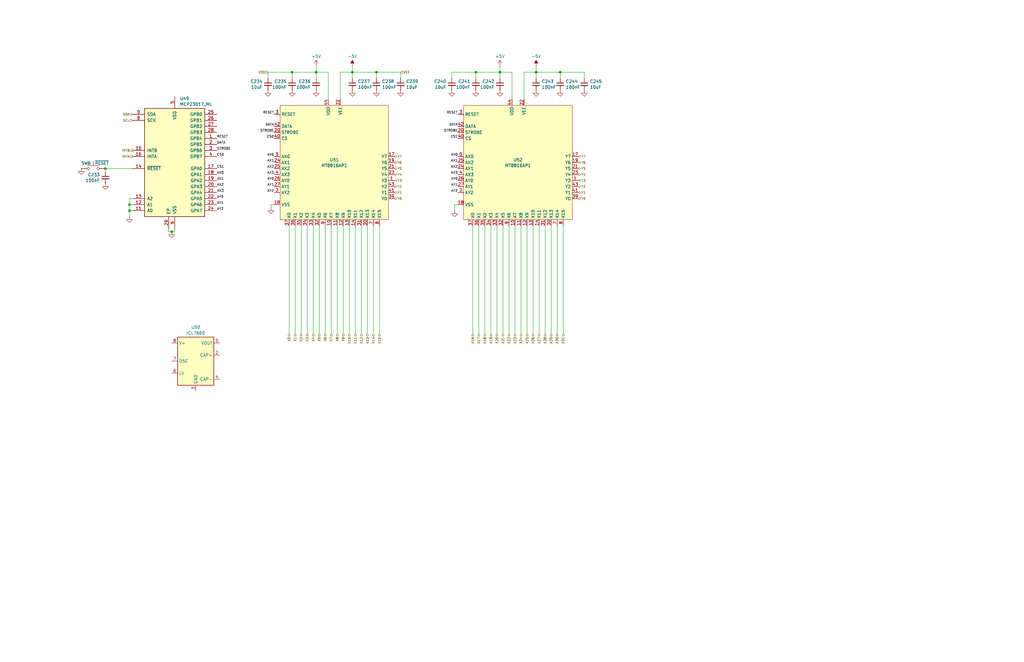
<source format=kicad_sch>
(kicad_sch (version 20250114) (generator "eeschema") (generator_version "9.0")
  (paper "B")
  (lib_symbols
    (symbol "AudioPanelLibrary:MT8816AP1"
      (property "Reference" "U" (at 0.254 2.286 0))
      (property "Value" "MT8816AP1" (at 0.254 -0.762 0))
      (symbol "MT8816AP1_0_0"
        (pin input line (at -25.4 20.32 0) (length 2.54) (name "RESET") (number "3"))
        (pin input line (at -25.4 15.24 0) (length 2.54) (name "DATA") (number "42"))
        (pin input line (at -25.4 12.7 0) (length 2.54) (name "STROBE") (number "20"))
        (pin input line (at -25.4 10.16 0) (length 2.54) (name "CS") (number "40"))
        (pin input line (at -25.4 2.54 0) (length 2.54) (name "AX0") (number "5"))
        (pin input line (at -25.4 0 0) (length 2.54) (name "AX2") (number "25"))
        (pin input line (at -25.4 -2.54 0) (length 2.54) (name "AX1") (number "24"))
        (pin input line (at -25.4 -5.08 0) (length 2.54) (name "AX3") (number "4"))
        (pin input line (at -25.4 -7.62 0) (length 2.54) (name "AY0") (number "26"))
        (pin input line (at -25.4 -10.16 0) (length 2.54) (name "AY1") (number "27"))
        (pin input line (at -25.4 -12.7 0) (length 2.54) (name "AY2") (number "2"))
        (pin power_in line (at -25.4 -17.78 0) (length 2.54) (name "VSS") (number "18"))
        (pin bidirectional line (at -19.05 -26.67 90) (length 2.54) (name "X0") (number "37"))
        (pin bidirectional line (at -16.51 -26.67 90) (length 2.54) (name "X1") (number "36"))
        (pin bidirectional line (at -13.97 -26.67 90) (length 2.54) (name "X2") (number "35"))
        (pin bidirectional line (at -11.43 -26.67 90) (length 2.54) (name "X3") (number "34"))
        (pin bidirectional line (at -8.89 -26.67 90) (length 2.54) (name "X4") (number "33"))
        (pin bidirectional line (at -6.35 -26.67 90) (length 2.54) (name "X5") (number "32"))
        (pin bidirectional line (at -3.81 -26.67 90) (length 2.54) (name "X6") (number "9"))
        (pin power_in line (at -2.54 26.67 270) (length 2.54) (name "VDD") (number "44"))
        (pin bidirectional line (at -1.27 -26.67 90) (length 2.54) (name "X7") (number "10"))
        (pin bidirectional line (at 1.27 -26.67 90) (length 2.54) (name "X8") (number "11"))
        (pin power_in line (at 2.54 26.67 270) (length 2.54) (name "VEE") (number "22"))
        (pin bidirectional line (at 3.81 -26.67 90) (length 2.54) (name "X9") (number "12"))
        (pin bidirectional line (at 6.35 -26.67 90) (length 2.54) (name "X10") (number "13"))
        (pin bidirectional line (at 8.89 -26.67 90) (length 2.54) (name "X11") (number "14"))
        (pin bidirectional line (at 11.43 -26.67 90) (length 2.54) (name "X12") (number "31"))
        (pin bidirectional line (at 13.97 -26.67 90) (length 2.54) (name "X13") (number "30"))
        (pin bidirectional line (at 16.51 -26.67 90) (length 2.54) (name "X14") (number "7"))
        (pin bidirectional line (at 19.05 -26.67 90) (length 2.54) (name "X15") (number "8"))
        (pin no_connect line (at 25.4 20.32 180) (length 2.54) (hide yes) (name "NC") (number "6"))
        (pin no_connect line (at 25.4 17.78 180) (length 2.54) (hide yes) (name "NC") (number "15"))
        (pin no_connect line (at 25.4 15.24 180) (length 2.54) (hide yes) (name "NC") (number "16"))
        (pin no_connect line (at 25.4 12.7 180) (length 2.54) (hide yes) (name "NC") (number "28"))
        (pin no_connect line (at 25.4 10.16 180) (length 2.54) (hide yes) (name "NC") (number "29"))
        (pin no_connect line (at 25.4 7.62 180) (length 2.54) (hide yes) (name "NC") (number "38"))
        (pin bidirectional line (at 25.4 2.54 180) (length 2.54) (name "Y7") (number "17"))
        (pin bidirectional line (at 25.4 0 180) (length 2.54) (name "Y6") (number "19"))
        (pin bidirectional line (at 25.4 -2.54 180) (length 2.54) (name "Y5") (number "21"))
        (pin bidirectional line (at 25.4 -5.08 180) (length 2.54) (name "Y4") (number "23"))
        (pin bidirectional line (at 25.4 -7.62 180) (length 2.54) (name "Y3") (number "1"))
        (pin bidirectional line (at 25.4 -10.16 180) (length 2.54) (name "Y2") (number "43"))
        (pin bidirectional line (at 25.4 -12.7 180) (length 2.54) (name "Y1") (number "41"))
        (pin bidirectional line (at 25.4 -15.24 180) (length 2.54) (name "Y0") (number "39"))
      )
      (symbol "MT8816AP1_1_1"
        (rectangle (start -22.86 24.13) (end 22.86 -24.13) (fill (type background)))
      )
    )
    (symbol "Device:C_Small" (pin_numbers (hide yes)) (pin_names (offset 0.254) (hide yes))
      (property "Reference" "C" (at 0.254 1.778 0))
      (property "Value" "C_Small" (at 0.254 -2.032 0))
      (symbol "C_Small_0_1"
        (polyline (pts (xy -1.524 0.508) (xy 1.524 0.508)) (stroke (width 0.3048)))
        (polyline (pts (xy -1.524 -0.508) (xy 1.524 -0.508)) (stroke (width 0.3302)))
      )
      (symbol "C_Small_1_1"
        (pin passive line (at 0 2.54 270) (length 2.032) (name "~") (number "1"))
        (pin passive line (at 0 -2.54 90) (length 2.032) (name "~") (number "2"))
      )
    )
    (symbol "Interface_Expansion:MCP23017_ML" (pin_names (offset 1.016))
      (property "Reference" "U" (at -11.43 24.13 0))
      (property "Value" "MCP23017_ML" (at 0 0 0))
      (symbol "MCP23017_ML_0_1"
        (rectangle (start -12.7 22.86) (end 12.7 -22.86) (stroke (width 0.254)) (fill (type background)))
      )
      (symbol "MCP23017_ML_1_1"
        (pin bidirectional line (at -17.78 20.32 0) (length 5.08) (name "SDA") (number "9"))
        (pin input line (at -17.78 17.78 0) (length 5.08) (name "SCK") (number "8"))
        (pin tri_state line (at -17.78 5.08 0) (length 5.08) (name "INTB") (number "15"))
        (pin tri_state line (at -17.78 2.54 0) (length 5.08) (name "INTA") (number "16"))
        (pin input line (at -17.78 -2.54 0) (length 5.08) (name "~{RESET}") (number "14"))
        (pin input line (at -17.78 -15.24 0) (length 5.08) (name "A2") (number "13"))
        (pin input line (at -17.78 -17.78 0) (length 5.08) (name "A1") (number "12"))
        (pin input line (at -17.78 -20.32 0) (length 5.08) (name "A0") (number "11"))
        (pin no_connect line (at -12.7 15.24 0) (length 5.08) (hide yes) (name "NC") (number "7"))
        (pin no_connect line (at -12.7 12.7 0) (length 5.08) (hide yes) (name "NC") (number "10"))
        (pin passive line (at -2.54 -27.94 90) (length 5.08) (name "EP") (number "29"))
        (pin power_in line (at 0 27.94 270) (length 5.08) (name "VDD") (number "5"))
        (pin power_in line (at 0 -27.94 90) (length 5.08) (name "VSS") (number "6"))
        (pin bidirectional line (at 17.78 20.32 180) (length 5.08) (name "GPB0") (number "25"))
        (pin bidirectional line (at 17.78 17.78 180) (length 5.08) (name "GPB1") (number "26"))
        (pin bidirectional line (at 17.78 15.24 180) (length 5.08) (name "GPB2") (number "27"))
        (pin bidirectional line (at 17.78 12.7 180) (length 5.08) (name "GPB3") (number "28"))
        (pin bidirectional line (at 17.78 10.16 180) (length 5.08) (name "GPB4") (number "1"))
        (pin bidirectional line (at 17.78 7.62 180) (length 5.08) (name "GPB5") (number "2"))
        (pin bidirectional line (at 17.78 5.08 180) (length 5.08) (name "GPB6") (number "3"))
        (pin output line (at 17.78 2.54 180) (length 5.08) (name "GPB7") (number "4"))
        (pin bidirectional line (at 17.78 -2.54 180) (length 5.08) (name "GPA0") (number "17"))
        (pin bidirectional line (at 17.78 -5.08 180) (length 5.08) (name "GPA1") (number "18"))
        (pin bidirectional line (at 17.78 -7.62 180) (length 5.08) (name "GPA2") (number "19"))
        (pin bidirectional line (at 17.78 -10.16 180) (length 5.08) (name "GPA3") (number "20"))
        (pin bidirectional line (at 17.78 -12.7 180) (length 5.08) (name "GPA4") (number "21"))
        (pin bidirectional line (at 17.78 -15.24 180) (length 5.08) (name "GPA5") (number "22"))
        (pin bidirectional line (at 17.78 -17.78 180) (length 5.08) (name "GPA6") (number "23"))
        (pin output line (at 17.78 -20.32 180) (length 5.08) (name "GPA7") (number "24"))
      )
    )
    (symbol "MT8816AP1_1"
      (property "Reference" "U" (at 0.254 2.286 0))
      (property "Value" "MT8816AP1" (at 0.254 -0.762 0))
      (symbol "MT8816AP1_1_0_0"
        (pin input line (at -25.4 20.32 0) (length 2.54) (name "RESET") (number "3"))
        (pin input line (at -25.4 15.24 0) (length 2.54) (name "DATA") (number "42"))
        (pin input line (at -25.4 12.7 0) (length 2.54) (name "STROBE") (number "20"))
        (pin input line (at -25.4 10.16 0) (length 2.54) (name "CS") (number "40"))
        (pin input line (at -25.4 2.54 0) (length 2.54) (name "AX0") (number "5"))
        (pin input line (at -25.4 0 0) (length 2.54) (name "AX1") (number "24"))
        (pin input line (at -25.4 -2.54 0) (length 2.54) (name "AX2") (number "25"))
        (pin input line (at -25.4 -5.08 0) (length 2.54) (name "AX3") (number "4"))
        (pin input line (at -25.4 -7.62 0) (length 2.54) (name "AY0") (number "26"))
        (pin input line (at -25.4 -10.16 0) (length 2.54) (name "AY1") (number "27"))
        (pin input line (at -25.4 -12.7 0) (length 2.54) (name "AY2") (number "2"))
        (pin power_in line (at -25.4 -17.78 0) (length 2.54) (name "VSS") (number "18"))
        (pin bidirectional line (at -19.05 -26.67 90) (length 2.54) (name "X0") (number "37"))
        (pin bidirectional line (at -16.51 -26.67 90) (length 2.54) (name "X1") (number "36"))
        (pin bidirectional line (at -13.97 -26.67 90) (length 2.54) (name "X2") (number "35"))
        (pin bidirectional line (at -11.43 -26.67 90) (length 2.54) (name "X3") (number "34"))
        (pin bidirectional line (at -8.89 -26.67 90) (length 2.54) (name "X4") (number "33"))
        (pin bidirectional line (at -6.35 -26.67 90) (length 2.54) (name "X5") (number "32"))
        (pin bidirectional line (at -3.81 -26.67 90) (length 2.54) (name "X6") (number "9"))
        (pin power_in line (at -2.54 26.67 270) (length 2.54) (name "VDD") (number "44"))
        (pin bidirectional line (at -1.27 -26.67 90) (length 2.54) (name "X7") (number "10"))
        (pin bidirectional line (at 1.27 -26.67 90) (length 2.54) (name "X8") (number "11"))
        (pin power_in line (at 2.54 26.67 270) (length 2.54) (name "VEE") (number "22"))
        (pin bidirectional line (at 3.81 -26.67 90) (length 2.54) (name "X9") (number "12"))
        (pin bidirectional line (at 6.35 -26.67 90) (length 2.54) (name "X10") (number "13"))
        (pin bidirectional line (at 8.89 -26.67 90) (length 2.54) (name "X11") (number "14"))
        (pin bidirectional line (at 11.43 -26.67 90) (length 2.54) (name "X12") (number "31"))
        (pin bidirectional line (at 13.97 -26.67 90) (length 2.54) (name "X13") (number "30"))
        (pin bidirectional line (at 16.51 -26.67 90) (length 2.54) (name "X14") (number "7"))
        (pin bidirectional line (at 19.05 -26.67 90) (length 2.54) (name "X15") (number "8"))
        (pin no_connect line (at 25.4 20.32 180) (length 2.54) (hide yes) (name "NC") (number "6"))
        (pin no_connect line (at 25.4 17.78 180) (length 2.54) (hide yes) (name "NC") (number "15"))
        (pin no_connect line (at 25.4 15.24 180) (length 2.54) (hide yes) (name "NC") (number "16"))
        (pin no_connect line (at 25.4 12.7 180) (length 2.54) (hide yes) (name "NC") (number "28"))
        (pin no_connect line (at 25.4 10.16 180) (length 2.54) (hide yes) (name "NC") (number "29"))
        (pin no_connect line (at 25.4 7.62 180) (length 2.54) (hide yes) (name "NC") (number "38"))
        (pin bidirectional line (at 25.4 2.54 180) (length 2.54) (name "Y7") (number "17"))
        (pin bidirectional line (at 25.4 0 180) (length 2.54) (name "Y6") (number "19"))
        (pin bidirectional line (at 25.4 -2.54 180) (length 2.54) (name "Y5") (number "21"))
        (pin bidirectional line (at 25.4 -5.08 180) (length 2.54) (name "Y4") (number "23"))
        (pin bidirectional line (at 25.4 -7.62 180) (length 2.54) (name "Y3") (number "1"))
        (pin bidirectional line (at 25.4 -10.16 180) (length 2.54) (name "Y2") (number "43"))
        (pin bidirectional line (at 25.4 -12.7 180) (length 2.54) (name "Y1") (number "41"))
        (pin bidirectional line (at 25.4 -15.24 180) (length 2.54) (name "Y0") (number "39"))
      )
      (symbol "MT8816AP1_1_1_1"
        (rectangle (start -22.86 24.13) (end 22.86 -24.13) (fill (type background)))
      )
    )
    (symbol "Regulator_SwitchedCapacitor:ICL7660"
      (property "Reference" "U" (at -6.35 11.43 0))
      (property "Value" "ICL7660" (at 3.81 11.43 0))
      (symbol "ICL7660_0_1"
        (rectangle (start -7.62 10.16) (end 7.62 -10.16) (stroke (width 0.254)) (fill (type background)))
      )
      (symbol "ICL7660_1_1"
        (pin power_in line (at -10.16 7.62 0) (length 2.54) (name "V+") (number "8"))
        (pin input line (at -10.16 0 0) (length 2.54) (name "OSC") (number "7"))
        (pin input line (at -10.16 -5.08 0) (length 2.54) (name "LV") (number "6"))
        (pin no_connect line (at -7.62 5.08 0) (length 2.54) (hide yes) (name "NC") (number "1"))
        (pin power_in line (at 0 -12.7 90) (length 2.54) (name "GND") (number "3"))
        (pin power_out line (at 10.16 7.62 180) (length 2.54) (name "VOUT") (number "5"))
        (pin input line (at 10.16 2.54 180) (length 2.54) (name "CAP+") (number "2"))
        (pin input line (at 10.16 -7.62 180) (length 2.54) (name "CAP-") (number "4"))
      )
    )
    (symbol "Switch:SW_Push" (pin_numbers (hide yes)) (pin_names (offset 1.016) (hide yes))
      (property "Reference" "SW" (at 1.27 2.54 0))
      (property "Value" "SW_Push" (at 0 -1.524 0))
      (symbol "SW_Push_0_1"
        (circle (center -2.032 0) (radius 0.508))
        (polyline (pts (xy 0 1.27) (xy 0 3.048)))
        (circle (center 2.032 0) (radius 0.508))
        (polyline (pts (xy 2.54 1.27) (xy -2.54 1.27)))
        (pin passive line (at -5.08 0 0) (length 2.54) (name "1") (number "1"))
        (pin passive line (at 5.08 0 180) (length 2.54) (name "2") (number "2"))
      )
    )
    (symbol "power:+5V" (power) (pin_numbers (hide yes)) (pin_names (offset 0) (hide yes))
      (property "Value" "+5V" (at 0 3.556 0))
      (symbol "+5V_0_1"
        (polyline (pts (xy -0.762 1.27) (xy 0 2.54)))
        (polyline (pts (xy 0 2.54) (xy 0.762 1.27)))
        (polyline (pts (xy 0 0) (xy 0 2.54)))
      )
      (symbol "+5V_1_1"
        (pin power_in line (at 0 0 90) (length 0) (name "~") (number "1"))
      )
    )
    (symbol "power:-5V" (power) (pin_numbers (hide yes)) (pin_names (offset 0) (hide yes))
      (property "Value" "-5V" (at 0 3.556 0))
      (symbol "-5V_0_0"
        (pin power_in line (at 0 0 90) (length 0) (name "~") (number "1"))
      )
      (symbol "-5V_0_1"
        (polyline (pts (xy 0 0) (xy 0 1.27) (xy 0.762 1.27) (xy 0 2.54) (xy -0.762 1.27) (xy 0 1.27)) (fill (type outline)))
      )
    )
    (symbol "power:GND" (power) (pin_numbers (hide yes)) (pin_names (offset 0) (hide yes))
      (property "Value" "GND" (at 0 -3.81 0))
      (symbol "GND_0_1"
        (polyline (pts (xy 0 0) (xy 0 -1.27) (xy 1.27 -1.27) (xy 0 -2.54) (xy -1.27 -1.27) (xy 0 -1.27)))
      )
      (symbol "GND_1_1"
        (pin power_in line (at 0 0 270) (length 0) (name "~") (number "1"))
      )
    )
  )
  (junction (at 123.19 30.48))
  (junction (at 133.35 30.48))
  (junction (at 210.82 30.48))
  (junction (at 158.75 30.48))
  (junction (at 226.06 30.48))
  (junction (at 200.66 30.48))
  (junction (at 148.59 30.48))
  (junction (at 72.39 97.79))
  (junction (at 54.61 88.9))
  (junction (at 236.22 30.48))
  (junction (at 44.45 71.12))
  (junction (at 54.61 86.36))
  (wire (pts (xy 123.19 30.48) (xy 133.35 30.48)))
  (wire (pts (xy 114.3 86.36) (xy 115.57 86.36)))
  (wire (pts (xy 121.92 95.25) (xy 121.92 140.97)))
  (wire (pts (xy 73.66 96.52) (xy 73.66 97.79)))
  (wire (pts (xy 54.61 86.36) (xy 55.88 86.36)))
  (wire (pts (xy 226.06 30.48) (xy 226.06 33.02)))
  (wire (pts (xy 147.32 95.25) (xy 147.32 140.97)))
  (wire (pts (xy 123.19 33.02) (xy 123.19 30.48)))
  (wire (pts (xy 210.82 27.94) (xy 210.82 30.48)))
  (wire (pts (xy 54.61 83.82) (xy 55.88 83.82)))
  (wire (pts (xy 201.93 95.25) (xy 201.93 140.97)))
  (wire (pts (xy 54.61 91.44) (xy 54.61 88.9)))
  (wire (pts (xy 129.54 95.25) (xy 129.54 140.97)))
  (wire (pts (xy 144.78 95.25) (xy 144.78 140.97)))
  (wire (pts (xy 148.59 27.94) (xy 148.59 30.48)))
  (wire (pts (xy 152.4 95.25) (xy 152.4 140.97)))
  (wire (pts (xy 226.06 27.94) (xy 226.06 30.48)))
  (wire (pts (xy 73.66 97.79) (xy 72.39 97.79)))
  (wire (pts (xy 209.55 95.25) (xy 209.55 140.97)))
  (wire (pts (xy 134.62 95.25) (xy 134.62 140.97)))
  (wire (pts (xy 133.35 27.94) (xy 133.35 30.48)))
  (wire (pts (xy 168.91 30.48) (xy 168.91 33.02)))
  (wire (pts (xy 229.87 95.25) (xy 229.87 140.97)))
  (wire (pts (xy 72.39 97.79) (xy 71.12 97.79)))
  (wire (pts (xy 160.02 95.25) (xy 160.02 140.97)))
  (wire (pts (xy 154.94 95.25) (xy 154.94 140.97)))
  (wire (pts (xy 158.75 30.48) (xy 158.75 33.02)))
  (wire (pts (xy 190.5 30.48) (xy 200.66 30.48)))
  (wire (pts (xy 54.61 88.9) (xy 54.61 86.36)))
  (wire (pts (xy 54.61 86.36) (xy 54.61 83.82)))
  (wire (pts (xy 217.17 95.25) (xy 217.17 140.97)))
  (wire (pts (xy 54.61 88.9) (xy 55.88 88.9)))
  (wire (pts (xy 157.48 95.25) (xy 157.48 140.97)))
  (wire (pts (xy 113.03 30.48) (xy 113.03 33.02)))
  (wire (pts (xy 127 95.25) (xy 127 140.97)))
  (wire (pts (xy 246.38 30.48) (xy 246.38 33.02)))
  (wire (pts (xy 149.86 95.25) (xy 149.86 140.97)))
  (wire (pts (xy 158.75 30.48) (xy 168.91 30.48)))
  (wire (pts (xy 212.09 95.25) (xy 212.09 140.97)))
  (wire (pts (xy 138.43 30.48) (xy 133.35 30.48)))
  (wire (pts (xy 148.59 30.48) (xy 158.75 30.48)))
  (wire (pts (xy 114.3 87.63) (xy 114.3 86.36)))
  (wire (pts (xy 214.63 95.25) (xy 214.63 140.97)))
  (wire (pts (xy 210.82 30.48) (xy 210.82 33.02)))
  (wire (pts (xy 236.22 30.48) (xy 236.22 33.02)))
  (wire (pts (xy 226.06 30.48) (xy 236.22 30.48)))
  (wire (pts (xy 199.39 95.25) (xy 199.39 140.97)))
  (wire (pts (xy 148.59 30.48) (xy 148.59 33.02)))
  (wire (pts (xy 133.35 30.48) (xy 133.35 33.02)))
  (wire (pts (xy 234.95 95.25) (xy 234.95 140.97)))
  (wire (pts (xy 143.51 30.48) (xy 148.59 30.48)))
  (wire (pts (xy 224.79 95.25) (xy 224.79 140.97)))
  (wire (pts (xy 207.01 95.25) (xy 207.01 140.97)))
  (wire (pts (xy 227.33 95.25) (xy 227.33 140.97)))
  (wire (pts (xy 237.49 95.25) (xy 237.49 140.97)))
  (wire (pts (xy 215.9 30.48) (xy 210.82 30.48)))
  (wire (pts (xy 191.77 88.9) (xy 191.77 86.36)))
  (wire (pts (xy 44.45 71.12) (xy 44.45 72.39)))
  (wire (pts (xy 220.98 41.91) (xy 220.98 30.48)))
  (wire (pts (xy 200.66 30.48) (xy 210.82 30.48)))
  (wire (pts (xy 142.24 95.25) (xy 142.24 140.97)))
  (wire (pts (xy 222.25 95.25) (xy 222.25 140.97)))
  (wire (pts (xy 190.5 30.48) (xy 190.5 33.02)))
  (wire (pts (xy 219.71 95.25) (xy 219.71 140.97)))
  (wire (pts (xy 132.08 95.25) (xy 132.08 140.97)))
  (wire (pts (xy 124.46 95.25) (xy 124.46 140.97)))
  (wire (pts (xy 236.22 30.48) (xy 246.38 30.48)))
  (wire (pts (xy 139.7 95.25) (xy 139.7 140.97)))
  (wire (pts (xy 215.9 41.91) (xy 215.9 30.48)))
  (wire (pts (xy 200.66 33.02) (xy 200.66 30.48)))
  (wire (pts (xy 204.47 95.25) (xy 204.47 140.97)))
  (wire (pts (xy 44.45 71.12) (xy 55.88 71.12)))
  (wire (pts (xy 137.16 95.25) (xy 137.16 140.97)))
  (wire (pts (xy 71.12 96.52) (xy 71.12 97.79)))
  (wire (pts (xy 143.51 41.91) (xy 143.51 30.48)))
  (wire (pts (xy 191.77 86.36) (xy 193.04 86.36)))
  (wire (pts (xy 220.98 30.48) (xy 226.06 30.48)))
  (wire (pts (xy 113.03 30.48) (xy 123.19 30.48)))
  (wire (pts (xy 138.43 41.91) (xy 138.43 30.48)))
  (wire (pts (xy 232.41 95.25) (xy 232.41 140.97)))
  (label "CS0" (at 115.57 58.42 180) (effects (font (size 1 1))))
  (label "RESET" (at 115.57 48.26 180) (effects (font (size 1 1))))
  (label "AX2" (at 193.04 71.12 180) (effects (font (size 1 1))))
  (label "AY0" (at 115.57 76.2 180) (effects (font (size 1 1))))
  (label "STROBE" (at 115.57 55.88 180) (effects (font (size 1 1))))
  (label "AX2" (at 91.44 78.74 0) (effects (font (size 1 1))))
  (label "AY0" (at 91.44 83.82 0) (effects (font (size 1 1))))
  (label "AX1" (at 91.44 76.2 0) (effects (font (size 1 1))))
  (label "AX0" (at 193.04 66.04 180) (effects (font (size 1 1))))
  (label "AY2" (at 115.57 81.28 180) (effects (font (size 1 1))))
  (label "AY1" (at 91.44 86.36 0) (effects (font (size 1 1))))
  (label "AY1" (at 115.57 78.74 180) (effects (font (size 1 1))))
  (label "CS1" (at 91.44 71.12 0) (effects (font (size 1 1))))
  (label "CS0" (at 91.44 66.04 0) (effects (font (size 1 1))))
  (label "AY2" (at 91.44 88.9 0) (effects (font (size 1 1))))
  (label "AX1" (at 193.04 68.58 180) (effects (font (size 1 1))))
  (label "RESET" (at 91.44 58.42 0) (effects (font (size 1 1))))
  (label "STROBE" (at 193.04 55.88 180) (effects (font (size 1 1))))
  (label "AY1" (at 193.04 78.74 180) (effects (font (size 1 1))))
  (label "DATA" (at 115.57 53.34 180) (effects (font (size 1 1))))
  (label "AX0" (at 91.44 73.66 0) (effects (font (size 1 1))))
  (label "AX0" (at 115.57 66.04 180) (effects (font (size 1 1))))
  (label "RESET" (at 193.04 48.26 180) (effects (font (size 1 1))))
  (label "AX1" (at 115.57 68.58 180) (effects (font (size 1 1))))
  (label "AX3" (at 91.44 81.28 0) (effects (font (size 1 1))))
  (label "AX3" (at 115.57 73.66 180) (effects (font (size 1 1))))
  (label "DATA" (at 193.04 53.34 180) (effects (font (size 1 1))))
  (label "AY2" (at 193.04 81.28 180) (effects (font (size 1 1))))
  (label "AX3" (at 193.04 73.66 180) (effects (font (size 1 1))))
  (label "CS1" (at 193.04 58.42 180) (effects (font (size 1 1))))
  (label "AY0" (at 193.04 76.2 180) (effects (font (size 1 1))))
  (label "STROBE" (at 91.44 63.5 0) (effects (font (size 1 1))))
  (label "DATA" (at 91.44 60.96 0) (effects (font (size 1 1))))
  (label "AX2" (at 115.57 71.12 180) (effects (font (size 1 1))))
  (hierarchical_label "X27" (shape bidirectional) (at 227.33 140.97 270) (effects (font (size 1 1))))
  (hierarchical_label "Y6" (shape bidirectional) (at 166.37 68.58 0) (effects (font (size 1 1))))
  (hierarchical_label "X23" (shape bidirectional) (at 217.17 140.97 270) (effects (font (size 1 1))))
  (hierarchical_label "X0" (shape bidirectional) (at 121.92 140.97 270) (effects (font (size 1 1))))
  (hierarchical_label "Y2" (shape bidirectional) (at 243.84 78.74 0) (effects (font (size 1 1))))
  (hierarchical_label "Y0" (shape bidirectional) (at 243.84 83.82 0) (effects (font (size 1 1))))
  (hierarchical_label "X7" (shape bidirectional) (at 139.7 140.97 270) (effects (font (size 1 1))))
  (hierarchical_label "Y5" (shape bidirectional) (at 243.84 71.12 0) (effects (font (size 1 1))))
  (hierarchical_label "Y4" (shape bidirectional) (at 243.84 73.66 0) (effects (font (size 1 1))))
  (hierarchical_label "Y1" (shape bidirectional) (at 243.84 81.28 0) (effects (font (size 1 1))))
  (hierarchical_label "Y1" (shape bidirectional) (at 166.37 81.28 0) (effects (font (size 1 1))))
  (hierarchical_label "X6" (shape bidirectional) (at 137.16 140.97 270) (effects (font (size 1 1))))
  (hierarchical_label "X20" (shape bidirectional) (at 209.55 140.97 270) (effects (font (size 1 1))))
  (hierarchical_label "Y3" (shape bidirectional) (at 166.37 76.2 0) (effects (font (size 1 1))))
  (hierarchical_label "Y2" (shape bidirectional) (at 166.37 78.74 0) (effects (font (size 1 1))))
  (hierarchical_label "X9" (shape bidirectional) (at 144.78 140.97 270) (effects (font (size 1 1))))
  (hierarchical_label "X30" (shape bidirectional) (at 234.95 140.97 270) (effects (font (size 1 1))))
  (hierarchical_label "Y7" (shape bidirectional) (at 166.37 66.04 0) (effects (font (size 1 1))))
  (hierarchical_label "X12" (shape bidirectional) (at 152.4 140.97 270) (effects (font (size 1 1))))
  (hierarchical_label "X13" (shape bidirectional) (at 154.94 140.97 270) (effects (font (size 1 1))))
  (hierarchical_label "SDA" (shape bidirectional) (at 55.88 48.26 180) (effects (font (size 1 1))))
  (hierarchical_label "Y4" (shape bidirectional) (at 166.37 73.66 0) (effects (font (size 1 1))))
  (hierarchical_label "X21" (shape bidirectional) (at 212.09 140.97 270) (effects (font (size 1 1))))
  (hierarchical_label "VDD" (shape input) (at 113.03 30.48 180) (effects (font (size 1 1))))
  (hierarchical_label "Y5" (shape bidirectional) (at 166.37 71.12 0) (effects (font (size 1 1))))
  (hierarchical_label "X8" (shape bidirectional) (at 142.24 140.97 270) (effects (font (size 1 1))))
  (hierarchical_label "Y7" (shape bidirectional) (at 243.84 66.04 0) (effects (font (size 1 1))))
  (hierarchical_label "SCL" (shape input) (at 55.88 50.8 180) (effects (font (size 1 1))))
  (hierarchical_label "X25" (shape bidirectional) (at 222.25 140.97 270) (effects (font (size 1 1))))
  (hierarchical_label "X19" (shape bidirectional) (at 207.01 140.97 270) (effects (font (size 1 1))))
  (hierarchical_label "X1" (shape bidirectional) (at 124.46 140.97 270) (effects (font (size 1 1))))
  (hierarchical_label "X3" (shape bidirectional) (at 129.54 140.97 270) (effects (font (size 1 1))))
  (hierarchical_label "Y0" (shape bidirectional) (at 166.37 83.82 0) (effects (font (size 1 1))))
  (hierarchical_label "Y6" (shape bidirectional) (at 243.84 68.58 0) (effects (font (size 1 1))))
  (hierarchical_label "X29" (shape bidirectional) (at 232.41 140.97 270) (effects (font (size 1 1))))
  (hierarchical_label "X28" (shape bidirectional) (at 229.87 140.97 270) (effects (font (size 1 1))))
  (hierarchical_label "X16" (shape bidirectional) (at 199.39 140.97 270) (effects (font (size 1 1))))
  (hierarchical_label "X24" (shape bidirectional) (at 219.71 140.97 270) (effects (font (size 1 1))))
  (hierarchical_label "X18" (shape bidirectional) (at 204.47 140.97 270) (effects (font (size 1 1))))
  (hierarchical_label "X17" (shape bidirectional) (at 201.93 140.97 270) (effects (font (size 1 1))))
  (hierarchical_label "INTA" (shape output) (at 55.88 66.04 180) (effects (font (size 1 1))))
  (hierarchical_label "VEE" (shape input) (at 168.91 30.48 0) (effects (font (size 1 1))))
  (hierarchical_label "X22" (shape bidirectional) (at 214.63 140.97 270) (effects (font (size 1 1))))
  (hierarchical_label "X14" (shape bidirectional) (at 157.48 140.97 270) (effects (font (size 1 1))))
  (hierarchical_label "INTB" (shape output) (at 55.88 63.5 180) (effects (font (size 1 1))))
  (hierarchical_label "X15" (shape bidirectional) (at 160.02 140.97 270) (effects (font (size 1 1))))
  (hierarchical_label "X5" (shape bidirectional) (at 134.62 140.97 270) (effects (font (size 1 1))))
  (hierarchical_label "X31" (shape bidirectional) (at 237.49 140.97 270) (effects (font (size 1 1))))
  (hierarchical_label "X11" (shape bidirectional) (at 149.86 140.97 270) (effects (font (size 1 1))))
  (hierarchical_label "X2" (shape bidirectional) (at 127 140.97 270) (effects (font (size 1 1))))
  (hierarchical_label "X10" (shape bidirectional) (at 147.32 140.97 270) (effects (font (size 1 1))))
  (hierarchical_label "X26" (shape bidirectional) (at 224.79 140.97 270) (effects (font (size 1 1))))
  (hierarchical_label "X4" (shape bidirectional) (at 132.08 140.97 270) (effects (font (size 1 1))))
  (hierarchical_label "Y3" (shape bidirectional) (at 243.84 76.2 0) (effects (font (size 1 1))))
  (symbol (lib_id "Device:C_Small") (at 246.38 35.56 0) (unit 1)
    (property "Reference" "C245" (at 248.7041 34.3541 0) (effects (justify left)))
    (property "Value" "10uF" (at 248.7041 36.7784 0) (effects (justify left)))
    (property "Description" "Unpolarized capacitor, small symbol" (effects (hide yes)))
  )
  (symbol (lib_id "Device:C_Small") (at 158.75 35.56 0) (unit 1)
    (property "Reference" "C238" (at 161.0741 34.3541 0) (effects (justify left)))
    (property "Value" "100nF" (at 161.0741 36.7784 0) (effects (justify left)))
    (property "Description" "Unpolarized capacitor, small symbol" (effects (hide yes)))
  )
  (symbol (lib_id "power:GND") (at 54.61 91.44 0) (unit 1)
    (property "Reference" "#PWR0423" (effects (hide yes)))
    (property "Value" "GND" (effects (hide yes)))
    (property "Description" "Power symbol creates a global label with name \"GND\" , ground" (effects (hide yes)))
  )
  (symbol (lib_id "power:GND") (at 113.03 38.1 0) (unit 1)
    (property "Reference" "#PWR0427" (effects (hide yes)))
    (property "Value" "GND" (effects (hide yes)))
    (property "Description" "Power symbol creates a global label with name \"GND\" , ground" (effects (hide yes)))
  )
  (symbol (lib_id "power:+5V") (at 210.82 27.94 0) (unit 1)
    (property "Reference" "#PWR0439" (effects (hide yes)))
    (property "Value" "+5V" (at 210.82 23.8069 0))
    (property "Description" "Power symbol creates a global label with name \"+5V\"" (effects (hide yes)))
  )
  (symbol (lib_id "AudioPanelLibrary:MT8816AP1") (at 218.44 68.58 0) (unit 1)
    (property "Reference" "U52" (at 218.44 67.4257 0))
    (property "Value" "MT8816AP1" (at 218.44 69.85 0))
    (property "Footprint" "Package_LCC:PLCC-44" (effects (hide yes)))
    (property "Datasheet" "https://www.es.co.th/Schemetic/PDF/MT8816.PDF" (effects (hide yes)))
    (property "Description" "8 x 16 Analog Switch Array" (effects (hide yes)))
  )
  (symbol (lib_id "Device:C_Small") (at 236.22 35.56 0) (unit 1)
    (property "Reference" "C244" (at 238.5441 34.3541 0) (effects (justify left)))
    (property "Value" "100nF" (at 238.5441 36.7784 0) (effects (justify left)))
    (property "Description" "Unpolarized capacitor, small symbol" (effects (hide yes)))
  )
  (symbol (lib_id "Regulator_SwitchedCapacitor:ICL7660") (at 82.55 152.4 0) (unit 1)
    (property "Reference" "U50" (at 82.55 138.0955 0))
    (property "Value" "ICL7660" (at 82.55 140.5198 0))
    (property "Datasheet" "http://datasheets.maximintegrated.com/en/ds/ICL7660-MAX1044.pdf" (effects (hide yes)))
    (property "Description" "Switched-Capacitor Voltage Converter, 1.5V to 10.0V operating supply voltage, 10mA with a 0.5V output drop, SO-8/DIP-8/µMAX-8/TO-99" (effects (hide yes)))
  )
  (symbol (lib_id "power:GND") (at 34.29 71.12 0) (unit 1)
    (property "Reference" "#PWR0421" (effects (hide yes)))
    (property "Value" "GND" (effects (hide yes)))
    (property "Description" "Power symbol creates a global label with name \"GND\" , ground" (effects (hide yes)))
  )
  (symbol (lib_id "power:+5V") (at 133.35 27.94 0) (unit 1)
    (property "Reference" "#PWR0430" (effects (hide yes)))
    (property "Value" "+5V" (at 133.35 23.8069 0))
    (property "Description" "Power symbol creates a global label with name \"+5V\"" (effects (hide yes)))
  )
  (symbol (lib_id "power:GND") (at 200.66 38.1 0) (unit 1)
    (property "Reference" "#PWR0438" (effects (hide yes)))
    (property "Value" "GND" (effects (hide yes)))
    (property "Description" "Power symbol creates a global label with name \"GND\" , ground" (effects (hide yes)))
  )
  (symbol (lib_name "MT8816AP1_1") (lib_id "AudioPanelLibrary:MT8816AP1") (at 140.97 68.58 0) (unit 1)
    (property "Reference" "U51" (at 140.97 67.4257 0))
    (property "Value" "MT8816AP1" (at 140.97 69.85 0))
    (property "Footprint" "Package_LCC:PLCC-44" (effects (hide yes)))
    (property "Datasheet" "https://www.es.co.th/Schemetic/PDF/MT8816.PDF" (effects (hide yes)))
    (property "Description" "8 x 16 Analog Switch Array" (effects (hide yes)))
  )
  (symbol (lib_id "power:GND") (at 158.75 38.1 0) (unit 1)
    (property "Reference" "#PWR0434" (effects (hide yes)))
    (property "Value" "GND" (effects (hide yes)))
    (property "Description" "Power symbol creates a global label with name \"GND\" , ground" (effects (hide yes)))
  )
  (symbol (lib_id "Device:C_Small") (at 133.35 35.56 0) (mirror y) (unit 1)
    (property "Reference" "C236" (at 131.0259 34.3541 0) (effects (justify left)))
    (property "Value" "100nF" (at 131.0259 36.7784 0) (effects (justify left)))
    (property "Description" "Unpolarized capacitor, small symbol" (effects (hide yes)))
  )
  (symbol (lib_id "power:GND") (at 114.3 87.63 0) (unit 1)
    (property "Reference" "#PWR0428" (effects (hide yes)))
    (property "Value" "GND" (effects (hide yes)))
    (property "Description" "Power symbol creates a global label with name \"GND\" , ground" (effects (hide yes)))
  )
  (symbol (lib_id "Device:C_Small") (at 44.45 74.93 0) (mirror y) (unit 1)
    (property "Reference" "C233" (at 42.1259 73.7241 0) (effects (justify left)))
    (property "Value" "100nF" (at 42.1259 76.1484 0) (effects (justify left)))
    (property "Description" "Unpolarized capacitor, small symbol" (effects (hide yes)))
  )
  (symbol (lib_id "Device:C_Small") (at 123.19 35.56 0) (mirror y) (unit 1)
    (property "Reference" "C235" (at 120.8659 34.3541 0) (effects (justify left)))
    (property "Value" "100nF" (at 120.8659 36.7784 0) (effects (justify left)))
    (property "Description" "Unpolarized capacitor, small symbol" (effects (hide yes)))
  )
  (symbol (lib_id "Device:C_Small") (at 190.5 35.56 0) (mirror y) (unit 1)
    (property "Reference" "C240" (at 188.1759 34.3541 0) (effects (justify left)))
    (property "Value" "10uF" (at 188.1759 36.7784 0) (effects (justify left)))
    (property "Description" "Unpolarized capacitor, small symbol" (effects (hide yes)))
  )
  (symbol (lib_id "power:GND") (at 72.39 97.79 0) (unit 1)
    (property "Reference" "#PWR0425" (effects (hide yes)))
    (property "Value" "GND" (effects (hide yes)))
    (property "Description" "Power symbol creates a global label with name \"GND\" , ground" (effects (hide yes)))
  )
  (symbol (lib_id "Device:C_Small") (at 200.66 35.56 0) (mirror y) (unit 1)
    (property "Reference" "C241" (at 198.3359 34.3541 0) (effects (justify left)))
    (property "Value" "100nF" (at 198.3359 36.7784 0) (effects (justify left)))
    (property "Description" "Unpolarized capacitor, small symbol" (effects (hide yes)))
  )
  (symbol (lib_id "Switch:SW_Push") (at 39.37 71.12 0) (unit 1)
    (property "Reference" "SW6" (at 36.322 68.834 0))
    (property "Value" "~{RESET}" (at 42.926 68.834 0))
    (property "Footprint" "Button_Switch_SMD:SW_SPST_TL3342" (effects (hide yes)))
    (property "Description" "Push button switch, generic, two pins" (effects (hide yes)))
  )
  (symbol (lib_id "power:GND") (at 246.38 38.1 0) (unit 1)
    (property "Reference" "#PWR0444" (effects (hide yes)))
    (property "Value" "GND" (effects (hide yes)))
    (property "Description" "Power symbol creates a global label with name \"GND\" , ground" (effects (hide yes)))
  )
  (symbol (lib_id "power:GND") (at 133.35 38.1 0) (unit 1)
    (property "Reference" "#PWR0431" (effects (hide yes)))
    (property "Value" "GND" (effects (hide yes)))
    (property "Description" "Power symbol creates a global label with name \"GND\" , ground" (effects (hide yes)))
  )
  (symbol (lib_id "power:-5V") (at 226.06 27.94 0) (unit 1)
    (property "Reference" "#PWR0441" (effects (hide yes)))
    (property "Value" "-5V" (at 226.06 23.8069 0))
    (property "Description" "Power symbol creates a global label with name \"-5V\"" (effects (hide yes)))
  )
  (symbol (lib_id "power:GND") (at 210.82 38.1 0) (unit 1)
    (property "Reference" "#PWR0440" (effects (hide yes)))
    (property "Value" "GND" (effects (hide yes)))
    (property "Description" "Power symbol creates a global label with name \"GND\" , ground" (effects (hide yes)))
  )
  (symbol (lib_id "Device:C_Small") (at 210.82 35.56 0) (mirror y) (unit 1)
    (property "Reference" "C242" (at 208.4959 34.3541 0) (effects (justify left)))
    (property "Value" "100nF" (at 208.4959 36.7784 0) (effects (justify left)))
    (property "Description" "Unpolarized capacitor, small symbol" (effects (hide yes)))
  )
  (symbol (lib_id "power:GND") (at 44.45 77.47 0) (unit 1)
    (property "Reference" "#PWR0422" (effects (hide yes)))
    (property "Value" "GND" (effects (hide yes)))
    (property "Description" "Power symbol creates a global label with name \"GND\" , ground" (effects (hide yes)))
  )
  (symbol (lib_id "power:GND") (at 226.06 38.1 0) (unit 1)
    (property "Reference" "#PWR0442" (effects (hide yes)))
    (property "Value" "GND" (effects (hide yes)))
    (property "Description" "Power symbol creates a global label with name \"GND\" , ground" (effects (hide yes)))
  )
  (symbol (lib_id "power:GND") (at 190.5 38.1 0) (unit 1)
    (property "Reference" "#PWR0436" (effects (hide yes)))
    (property "Value" "GND" (effects (hide yes)))
    (property "Description" "Power symbol creates a global label with name \"GND\" , ground" (effects (hide yes)))
  )
  (symbol (lib_id "Device:C_Small") (at 148.59 35.56 0) (unit 1)
    (property "Reference" "C237" (at 150.9141 34.3541 0) (effects (justify left)))
    (property "Value" "100nF" (at 150.9141 36.7784 0) (effects (justify left)))
    (property "Description" "Unpolarized capacitor, small symbol" (effects (hide yes)))
  )
  (symbol (lib_id "power:GND") (at 168.91 38.1 0) (unit 1)
    (property "Reference" "#PWR0435" (effects (hide yes)))
    (property "Value" "GND" (effects (hide yes)))
    (property "Description" "Power symbol creates a global label with name \"GND\" , ground" (effects (hide yes)))
  )
  (symbol (lib_id "power:GND") (at 123.19 38.1 0) (unit 1)
    (property "Reference" "#PWR0429" (effects (hide yes)))
    (property "Value" "GND" (effects (hide yes)))
    (property "Description" "Power symbol creates a global label with name \"GND\" , ground" (effects (hide yes)))
  )
  (symbol (lib_id "power:-5V") (at 148.59 27.94 0) (unit 1)
    (property "Reference" "#PWR0432" (effects (hide yes)))
    (property "Value" "-5V" (at 148.59 23.8069 0))
    (property "Description" "Power symbol creates a global label with name \"-5V\"" (effects (hide yes)))
  )
  (symbol (lib_id "power:GND") (at 191.77 88.9 0) (unit 1)
    (property "Reference" "#PWR0437" (effects (hide yes)))
    (property "Value" "GND" (effects (hide yes)))
    (property "Description" "Power symbol creates a global label with name \"GND\" , ground" (effects (hide yes)))
  )
  (symbol (lib_id "power:GND") (at 236.22 38.1 0) (unit 1)
    (property "Reference" "#PWR0443" (effects (hide yes)))
    (property "Value" "GND" (effects (hide yes)))
    (property "Description" "Power symbol creates a global label with name \"GND\" , ground" (effects (hide yes)))
  )
  (symbol (lib_id "Device:C_Small") (at 226.06 35.56 0) (unit 1)
    (property "Reference" "C243" (at 228.3841 34.3541 0) (effects (justify left)))
    (property "Value" "100nF" (at 228.3841 36.7784 0) (effects (justify left)))
    (property "Description" "Unpolarized capacitor, small symbol" (effects (hide yes)))
  )
  (symbol (lib_id "Interface_Expansion:MCP23017_ML") (at 73.66 68.58 0) (unit 1)
    (property "Reference" "U49" (at 75.8033 41.5755 0) (effects (justify left)))
    (property "Value" "MCP23017_ML" (at 75.8033 43.9998 0) (effects (justify left)))
    (property "Footprint" "Package_DFN_QFN:QFN-28-1EP_6x6mm_P0.65mm_EP4.25x4.25mm" (effects (hide yes)))
    (property "Datasheet" "https://ww1.microchip.com/downloads/aemDocuments/documents/APID/ProductDocuments/DataSheets/MCP23017-Data-Sheet-DS20001952.pdf" (effects (hide yes)))
    (property "Description" "16-bit I/O expander, I2C, interrupts, w pull-ups, GPA/B7 output only (https://microchip.my.site.com/s/article/GPA7---GPB7-Cannot-Be-Used-as-Inputs-In-MCP23017), QFN-28" (effects (hide yes)))
  )
  (symbol (lib_id "Device:C_Small") (at 113.03 35.56 0) (mirror y) (unit 1)
    (property "Reference" "C234" (at 110.7059 34.3541 0) (effects (justify left)))
    (property "Value" "10uF" (at 110.7059 36.7784 0) (effects (justify left)))
    (property "Description" "Unpolarized capacitor, small symbol" (effects (hide yes)))
  )
  (symbol (lib_id "Device:C_Small") (at 168.91 35.56 0) (unit 1)
    (property "Reference" "C239" (at 171.2341 34.3541 0) (effects (justify left)))
    (property "Value" "10uF" (at 171.2341 36.7784 0) (effects (justify left)))
    (property "Description" "Unpolarized capacitor, small symbol" (effects (hide yes)))
  )
  (symbol (lib_id "power:GND") (at 148.59 38.1 0) (unit 1)
    (property "Reference" "#PWR0433" (effects (hide yes)))
    (property "Value" "GND" (effects (hide yes)))
    (property "Description" "Power symbol creates a global label with name \"GND\" , ground" (effects (hide yes)))
  )
)
</source>
